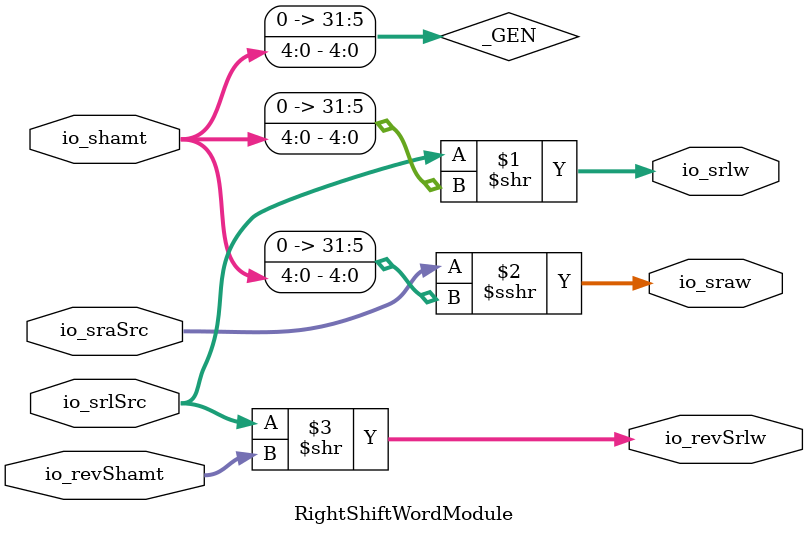
<source format=sv>
`ifndef RANDOMIZE
  `ifdef RANDOMIZE_MEM_INIT
    `define RANDOMIZE
  `endif // RANDOMIZE_MEM_INIT
`endif // not def RANDOMIZE
`ifndef RANDOMIZE
  `ifdef RANDOMIZE_REG_INIT
    `define RANDOMIZE
  `endif // RANDOMIZE_REG_INIT
`endif // not def RANDOMIZE

`ifndef RANDOM
  `define RANDOM $random
`endif // not def RANDOM

// Users can define INIT_RANDOM as general code that gets injected into the
// initializer block for modules with registers.
`ifndef INIT_RANDOM
  `define INIT_RANDOM
`endif // not def INIT_RANDOM

// If using random initialization, you can also define RANDOMIZE_DELAY to
// customize the delay used, otherwise 0.002 is used.
`ifndef RANDOMIZE_DELAY
  `define RANDOMIZE_DELAY 0.002
`endif // not def RANDOMIZE_DELAY

// Define INIT_RANDOM_PROLOG_ for use in our modules below.
`ifndef INIT_RANDOM_PROLOG_
  `ifdef RANDOMIZE
    `ifdef VERILATOR
      `define INIT_RANDOM_PROLOG_ `INIT_RANDOM
    `else  // VERILATOR
      `define INIT_RANDOM_PROLOG_ `INIT_RANDOM #`RANDOMIZE_DELAY begin end
    `endif // VERILATOR
  `else  // RANDOMIZE
    `define INIT_RANDOM_PROLOG_
  `endif // RANDOMIZE
`endif // not def INIT_RANDOM_PROLOG_

// Include register initializers in init blocks unless synthesis is set
`ifndef SYNTHESIS
  `ifndef ENABLE_INITIAL_REG_
    `define ENABLE_INITIAL_REG_
  `endif // not def ENABLE_INITIAL_REG_
`endif // not def SYNTHESIS

// Include rmemory initializers in init blocks unless synthesis is set
`ifndef SYNTHESIS
  `ifndef ENABLE_INITIAL_MEM_
    `define ENABLE_INITIAL_MEM_
  `endif // not def ENABLE_INITIAL_MEM_
`endif // not def SYNTHESIS

module RightShiftWordModule(
  input  [4:0]  io_shamt,
  input  [4:0]  io_revShamt,
  input  [31:0] io_srlSrc,
  input  [31:0] io_sraSrc,
  output [31:0] io_srlw,
  output [31:0] io_sraw,
  output [31:0] io_revSrlw
);

  wire [31:0] _GEN = {27'h0, io_shamt};
  assign io_srlw = io_srlSrc >> _GEN;
  assign io_sraw = $signed($signed(io_sraSrc) >>> _GEN);
  assign io_revSrlw = io_srlSrc >> io_revShamt;
endmodule


</source>
